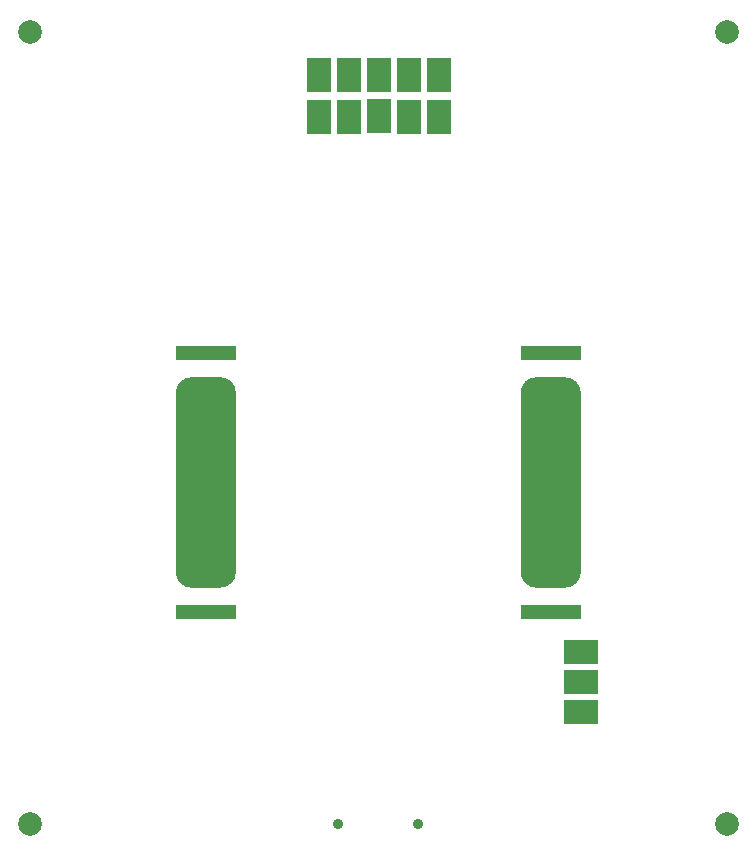
<source format=gbr>
%TF.GenerationSoftware,KiCad,Pcbnew,(5.1.12-1-10_14)*%
%TF.CreationDate,2021-12-01T14:47:09-05:00*%
%TF.ProjectId,blinky,626c696e-6b79-42e6-9b69-6361645f7063,rev?*%
%TF.SameCoordinates,Original*%
%TF.FileFunction,Soldermask,Bot*%
%TF.FilePolarity,Negative*%
%FSLAX46Y46*%
G04 Gerber Fmt 4.6, Leading zero omitted, Abs format (unit mm)*
G04 Created by KiCad (PCBNEW (5.1.12-1-10_14)) date 2021-12-01 14:47:09*
%MOMM*%
%LPD*%
G01*
G04 APERTURE LIST*
%ADD10R,3.000000X2.000000*%
%ADD11C,0.900000*%
%ADD12R,5.080000X1.270000*%
%ADD13R,2.000000X3.000000*%
%ADD14C,2.000000*%
G04 APERTURE END LIST*
D10*
%TO.C,J2*%
X207200000Y-101040000D03*
X207200000Y-98500000D03*
X207200000Y-95960000D03*
%TD*%
D11*
%TO.C,SW2*%
X193400000Y-110500000D03*
X186600000Y-110500000D03*
%TD*%
D12*
%TO.C,BT2*%
X175400000Y-70615000D03*
X175400000Y-92585000D03*
G36*
G01*
X174130000Y-72700000D02*
X176670000Y-72700000D01*
G75*
G02*
X177940000Y-73970000I0J-1270000D01*
G01*
X177940000Y-89230000D01*
G75*
G02*
X176670000Y-90500000I-1270000J0D01*
G01*
X174130000Y-90500000D01*
G75*
G02*
X172860000Y-89230000I0J1270000D01*
G01*
X172860000Y-73970000D01*
G75*
G02*
X174130000Y-72700000I1270000J0D01*
G01*
G37*
%TD*%
%TO.C,BT1*%
X204600000Y-92585000D03*
X204600000Y-70615000D03*
G36*
G01*
X205870000Y-90500000D02*
X203330000Y-90500000D01*
G75*
G02*
X202060000Y-89230000I0J1270000D01*
G01*
X202060000Y-73970000D01*
G75*
G02*
X203330000Y-72700000I1270000J0D01*
G01*
X205870000Y-72700000D01*
G75*
G02*
X207140000Y-73970000I0J-1270000D01*
G01*
X207140000Y-89230000D01*
G75*
G02*
X205870000Y-90500000I-1270000J0D01*
G01*
G37*
%TD*%
D13*
%TO.C,J1*%
X185020000Y-50616000D03*
X185020000Y-47080000D03*
X187560000Y-50616000D03*
X187560000Y-47080000D03*
X190100000Y-50596000D03*
X190100000Y-47080000D03*
X192640000Y-50616000D03*
X192640000Y-47080000D03*
X195180000Y-50616000D03*
X195180000Y-47080000D03*
%TD*%
D14*
%TO.C,H4*%
X219500000Y-110500000D03*
%TD*%
%TO.C,H3*%
X219500000Y-43500000D03*
%TD*%
%TO.C,H2*%
X160500000Y-110500000D03*
%TD*%
%TO.C,H1*%
X160500000Y-43500000D03*
%TD*%
M02*

</source>
